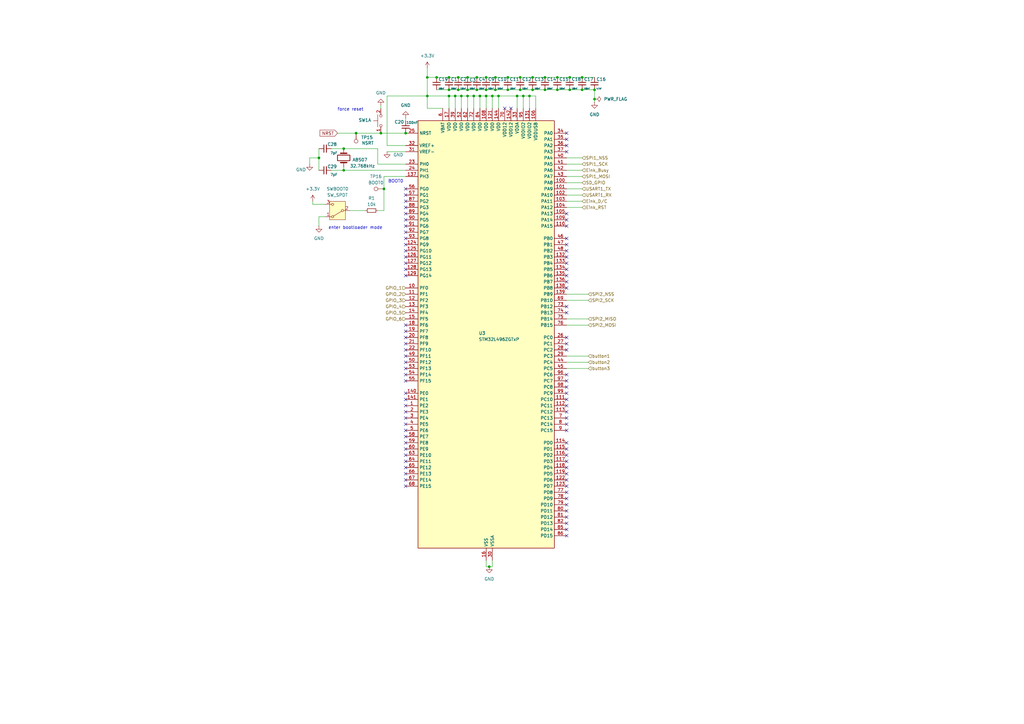
<source format=kicad_sch>
(kicad_sch (version 20231120) (generator "eeschema") (generator_version "8.0")
  (paper "A3")
  (lib_symbols
    (symbol "Connector:TestPoint" (pin_numbers hide) (pin_names (offset 0.762) hide)
      (property "Reference" "TP" (at 0 6.858 0))
      (property "Value" "TestPoint" (at 0 5.08 0))
      (symbol "TestPoint_0_1"
        (circle (center 0 3.302) (radius 0.762))
      )
      (symbol "TestPoint_1_1"
        (pin passive line (at 0 0 90) (length 2.54) (name "1") (number "1"))
      )
    )
    (symbol "Device:C_Small" (pin_numbers hide) (pin_names (offset 0.254) hide)
      (property "Reference" "C" (at 0.254 1.778 0))
      (property "Value" "C_Small" (at 0.254 -2.032 0))
      (symbol "C_Small_0_1"
        (polyline (pts (xy -1.524 -0.508) (xy 1.524 -0.508)) (stroke (width 0.3302)))
        (polyline (pts (xy -1.524 0.508) (xy 1.524 0.508)) (stroke (width 0.3048)))
      )
      (symbol "C_Small_1_1"
        (pin passive line (at 0 2.54 270) (length 2.032) (name "~") (number "1"))
        (pin passive line (at 0 -2.54 90) (length 2.032) (name "~") (number "2"))
      )
    )
    (symbol "Device:Crystal" (pin_numbers hide) (pin_names (offset 1.016) hide)
      (property "Reference" "Y" (at 0 3.81 0))
      (property "Value" "Crystal" (at 0 -3.81 0))
      (symbol "Crystal_0_1"
        (rectangle (start -1.143 2.54) (end 1.143 -2.54) (stroke (width 0.3048)))
        (polyline (pts (xy -2.54 0) (xy -1.905 0)))
        (polyline (pts (xy -1.905 -1.27) (xy -1.905 1.27)) (stroke (width 0.508)))
        (polyline (pts (xy 1.905 -1.27) (xy 1.905 1.27)) (stroke (width 0.508)))
        (polyline (pts (xy 2.54 0) (xy 1.905 0)))
      )
      (symbol "Crystal_1_1"
        (pin passive line (at -3.81 0 0) (length 1.27) (name "1") (number "1"))
        (pin passive line (at 3.81 0 180) (length 1.27) (name "2") (number "2"))
      )
    )
    (symbol "Device:R_Small" (pin_numbers hide) (pin_names (offset 0.254) hide)
      (property "Reference" "R" (at 0.762 0.508 0))
      (property "Value" "R_Small" (at 0.762 -1.016 0))
      (symbol "R_Small_0_1"
        (rectangle (start -0.762 1.778) (end 0.762 -1.778) (stroke (width 0.2032)))
      )
      (symbol "R_Small_1_1"
        (pin passive line (at 0 2.54 270) (length 0.762) (name "~") (number "1"))
        (pin passive line (at 0 -2.54 90) (length 0.762) (name "~") (number "2"))
      )
    )
    (symbol "MCU_ST_STM32L4:STM32L496ZGTxP"
      (property "Reference" "U" (at -27.94 90.17 0))
      (property "Value" "STM32L496ZGTxP" (at 22.86 90.17 0))
      (symbol "STM32L496ZGTxP_0_1"
        (rectangle (start -27.94 -86.36) (end 27.94 88.9) (stroke (width 0.254)) (fill (type background)))
      )
      (symbol "STM32L496ZGTxP_1_1"
        (pin bidirectional line (at -33.02 -27.94 0) (length 5.08) (name "PE2") (number "1"))
        (pin bidirectional line (at -33.02 20.32 0) (length 5.08) (name "PF0") (number "10"))
        (pin bidirectional line (at 33.02 63.5 180) (length 5.08) (name "PA8") (number "100"))
        (pin bidirectional line (at 33.02 60.96 180) (length 5.08) (name "PA9") (number "101"))
        (pin bidirectional line (at 33.02 58.42 180) (length 5.08) (name "PA10") (number "102"))
        (pin bidirectional line (at 33.02 55.88 180) (length 5.08) (name "PA11") (number "103"))
        (pin bidirectional line (at 33.02 53.34 180) (length 5.08) (name "PA12") (number "104"))
        (pin bidirectional line (at 33.02 50.8 180) (length 5.08) (name "PA13") (number "105"))
        (pin power_in line (at 20.32 93.98 270) (length 5.08) (name "VDDUSB") (number "106"))
        (pin passive line (at 0 -91.44 90) (length 5.08) hide (name "VSS") (number "107"))
        (pin power_in line (at 0 93.98 270) (length 5.08) (name "VDD") (number "108"))
        (pin bidirectional line (at 33.02 48.26 180) (length 5.08) (name "PA14") (number "109"))
        (pin bidirectional line (at -33.02 17.78 0) (length 5.08) (name "PF1") (number "11"))
        (pin bidirectional line (at 33.02 45.72 180) (length 5.08) (name "PA15") (number "110"))
        (pin bidirectional line (at 33.02 -25.4 180) (length 5.08) (name "PC10") (number "111"))
        (pin bidirectional line (at 33.02 -27.94 180) (length 5.08) (name "PC11") (number "112"))
        (pin bidirectional line (at 33.02 -30.48 180) (length 5.08) (name "PC12") (number "113"))
        (pin bidirectional line (at 33.02 -43.18 180) (length 5.08) (name "PD0") (number "114"))
        (pin bidirectional line (at 33.02 -45.72 180) (length 5.08) (name "PD1") (number "115"))
        (pin bidirectional line (at 33.02 -48.26 180) (length 5.08) (name "PD2") (number "116"))
        (pin bidirectional line (at 33.02 -50.8 180) (length 5.08) (name "PD3") (number "117"))
        (pin bidirectional line (at 33.02 -53.34 180) (length 5.08) (name "PD4") (number "118"))
        (pin bidirectional line (at 33.02 -55.88 180) (length 5.08) (name "PD5") (number "119"))
        (pin bidirectional line (at -33.02 15.24 0) (length 5.08) (name "PF2") (number "12"))
        (pin passive line (at 0 -91.44 90) (length 5.08) hide (name "VSS") (number "120"))
        (pin power_in line (at 2.54 93.98 270) (length 5.08) (name "VDD") (number "121"))
        (pin bidirectional line (at 33.02 -58.42 180) (length 5.08) (name "PD6") (number "122"))
        (pin bidirectional line (at 33.02 -60.96 180) (length 5.08) (name "PD7") (number "123"))
        (pin bidirectional line (at -33.02 38.1 0) (length 5.08) (name "PG9") (number "124"))
        (pin bidirectional line (at -33.02 35.56 0) (length 5.08) (name "PG10") (number "125"))
        (pin bidirectional line (at -33.02 33.02 0) (length 5.08) (name "PG11") (number "126"))
        (pin bidirectional line (at -33.02 30.48 0) (length 5.08) (name "PG12") (number "127"))
        (pin bidirectional line (at -33.02 27.94 0) (length 5.08) (name "PG13") (number "128"))
        (pin bidirectional line (at -33.02 25.4 0) (length 5.08) (name "PG14") (number "129"))
        (pin bidirectional line (at -33.02 12.7 0) (length 5.08) (name "PF3") (number "13"))
        (pin passive line (at 0 -91.44 90) (length 5.08) hide (name "VSS") (number "130"))
        (pin power_in line (at 17.78 93.98 270) (length 5.08) (name "VDDIO2") (number "131"))
        (pin bidirectional line (at 33.02 33.02 180) (length 5.08) (name "PB3") (number "132"))
        (pin bidirectional line (at 33.02 30.48 180) (length 5.08) (name "PB4") (number "133"))
        (pin bidirectional line (at 33.02 27.94 180) (length 5.08) (name "PB5") (number "134"))
        (pin bidirectional line (at 33.02 25.4 180) (length 5.08) (name "PB6") (number "135"))
        (pin bidirectional line (at 33.02 22.86 180) (length 5.08) (name "PB7") (number "136"))
        (pin bidirectional line (at -33.02 66.04 0) (length 5.08) (name "PH3") (number "137"))
        (pin bidirectional line (at 33.02 20.32 180) (length 5.08) (name "PB8") (number "138"))
        (pin bidirectional line (at 33.02 17.78 180) (length 5.08) (name "PB9") (number "139"))
        (pin bidirectional line (at -33.02 10.16 0) (length 5.08) (name "PF4") (number "14"))
        (pin bidirectional line (at -33.02 -22.86 0) (length 5.08) (name "PE0") (number "140"))
        (pin bidirectional line (at -33.02 -25.4 0) (length 5.08) (name "PE1") (number "141"))
        (pin power_in line (at 10.16 93.98 270) (length 5.08) (name "VDD12") (number "142"))
        (pin passive line (at 0 -91.44 90) (length 5.08) hide (name "VSS") (number "143"))
        (pin power_in line (at 5.08 93.98 270) (length 5.08) (name "VDD") (number "144"))
        (pin bidirectional line (at -33.02 7.62 0) (length 5.08) (name "PF5") (number "15"))
        (pin power_in line (at 0 -91.44 90) (length 5.08) (name "VSS") (number "16"))
        (pin power_in line (at -15.24 93.98 270) (length 5.08) (name "VDD") (number "17"))
        (pin bidirectional line (at -33.02 5.08 0) (length 5.08) (name "PF6") (number "18"))
        (pin bidirectional line (at -33.02 2.54 0) (length 5.08) (name "PF7") (number "19"))
        (pin bidirectional line (at -33.02 -30.48 0) (length 5.08) (name "PE3") (number "2"))
        (pin bidirectional line (at -33.02 0 0) (length 5.08) (name "PF8") (number "20"))
        (pin bidirectional line (at -33.02 -2.54 0) (length 5.08) (name "PF9") (number "21"))
        (pin bidirectional line (at -33.02 -5.08 0) (length 5.08) (name "PF10") (number "22"))
        (pin bidirectional line (at -33.02 71.12 0) (length 5.08) (name "PH0") (number "23"))
        (pin bidirectional line (at -33.02 68.58 0) (length 5.08) (name "PH1") (number "24"))
        (pin input line (at -33.02 83.82 0) (length 5.08) (name "NRST") (number "25"))
        (pin bidirectional line (at 33.02 0 180) (length 5.08) (name "PC0") (number "26"))
        (pin bidirectional line (at 33.02 -2.54 180) (length 5.08) (name "PC1") (number "27"))
        (pin bidirectional line (at 33.02 -5.08 180) (length 5.08) (name "PC2") (number "28"))
        (pin bidirectional line (at 33.02 -7.62 180) (length 5.08) (name "PC3") (number "29"))
        (pin bidirectional line (at -33.02 -33.02 0) (length 5.08) (name "PE4") (number "3"))
        (pin power_in line (at 2.54 -91.44 90) (length 5.08) (name "VSSA") (number "30"))
        (pin input line (at -33.02 76.2 0) (length 5.08) (name "VREF-") (number "31"))
        (pin input line (at -33.02 78.74 0) (length 5.08) (name "VREF+") (number "32"))
        (pin power_in line (at 12.7 93.98 270) (length 5.08) (name "VDDA") (number "33"))
        (pin bidirectional line (at 33.02 83.82 180) (length 5.08) (name "PA0") (number "34"))
        (pin bidirectional line (at 33.02 81.28 180) (length 5.08) (name "PA1") (number "35"))
        (pin bidirectional line (at 33.02 78.74 180) (length 5.08) (name "PA2") (number "36"))
        (pin bidirectional line (at 33.02 76.2 180) (length 5.08) (name "PA3") (number "37"))
        (pin passive line (at 0 -91.44 90) (length 5.08) hide (name "VSS") (number "38"))
        (pin power_in line (at -12.7 93.98 270) (length 5.08) (name "VDD") (number "39"))
        (pin bidirectional line (at -33.02 -35.56 0) (length 5.08) (name "PE5") (number "4"))
        (pin bidirectional line (at 33.02 73.66 180) (length 5.08) (name "PA4") (number "40"))
        (pin bidirectional line (at 33.02 71.12 180) (length 5.08) (name "PA5") (number "41"))
        (pin bidirectional line (at 33.02 68.58 180) (length 5.08) (name "PA6") (number "42"))
        (pin bidirectional line (at 33.02 66.04 180) (length 5.08) (name "PA7") (number "43"))
        (pin bidirectional line (at 33.02 -10.16 180) (length 5.08) (name "PC4") (number "44"))
        (pin bidirectional line (at 33.02 -12.7 180) (length 5.08) (name "PC5") (number "45"))
        (pin bidirectional line (at 33.02 40.64 180) (length 5.08) (name "PB0") (number "46"))
        (pin bidirectional line (at 33.02 38.1 180) (length 5.08) (name "PB1") (number "47"))
        (pin bidirectional line (at 33.02 35.56 180) (length 5.08) (name "PB2") (number "48"))
        (pin bidirectional line (at -33.02 -7.62 0) (length 5.08) (name "PF11") (number "49"))
        (pin bidirectional line (at -33.02 -38.1 0) (length 5.08) (name "PE6") (number "5"))
        (pin bidirectional line (at -33.02 -10.16 0) (length 5.08) (name "PF12") (number "50"))
        (pin passive line (at 0 -91.44 90) (length 5.08) hide (name "VSS") (number "51"))
        (pin power_in line (at -10.16 93.98 270) (length 5.08) (name "VDD") (number "52"))
        (pin bidirectional line (at -33.02 -12.7 0) (length 5.08) (name "PF13") (number "53"))
        (pin bidirectional line (at -33.02 -15.24 0) (length 5.08) (name "PF14") (number "54"))
        (pin bidirectional line (at -33.02 -17.78 0) (length 5.08) (name "PF15") (number "55"))
        (pin bidirectional line (at -33.02 60.96 0) (length 5.08) (name "PG0") (number "56"))
        (pin bidirectional line (at -33.02 58.42 0) (length 5.08) (name "PG1") (number "57"))
        (pin bidirectional line (at -33.02 -40.64 0) (length 5.08) (name "PE7") (number "58"))
        (pin bidirectional line (at -33.02 -43.18 0) (length 5.08) (name "PE8") (number "59"))
        (pin power_in line (at -17.78 93.98 270) (length 5.08) (name "VBAT") (number "6"))
        (pin bidirectional line (at -33.02 -45.72 0) (length 5.08) (name "PE9") (number "60"))
        (pin passive line (at 0 -91.44 90) (length 5.08) hide (name "VSS") (number "61"))
        (pin power_in line (at -7.62 93.98 270) (length 5.08) (name "VDD") (number "62"))
        (pin bidirectional line (at -33.02 -48.26 0) (length 5.08) (name "PE10") (number "63"))
        (pin bidirectional line (at -33.02 -50.8 0) (length 5.08) (name "PE11") (number "64"))
        (pin bidirectional line (at -33.02 -53.34 0) (length 5.08) (name "PE12") (number "65"))
        (pin bidirectional line (at -33.02 -55.88 0) (length 5.08) (name "PE13") (number "66"))
        (pin bidirectional line (at -33.02 -58.42 0) (length 5.08) (name "PE14") (number "67"))
        (pin bidirectional line (at -33.02 -60.96 0) (length 5.08) (name "PE15") (number "68"))
        (pin bidirectional line (at 33.02 15.24 180) (length 5.08) (name "PB10") (number "69"))
        (pin bidirectional line (at 33.02 -33.02 180) (length 5.08) (name "PC13") (number "7"))
        (pin power_in line (at 7.62 93.98 270) (length 5.08) (name "VDD12") (number "70"))
        (pin passive line (at 0 -91.44 90) (length 5.08) hide (name "VSS") (number "71"))
        (pin power_in line (at -5.08 93.98 270) (length 5.08) (name "VDD") (number "72"))
        (pin bidirectional line (at 33.02 12.7 180) (length 5.08) (name "PB12") (number "73"))
        (pin bidirectional line (at 33.02 10.16 180) (length 5.08) (name "PB13") (number "74"))
        (pin bidirectional line (at 33.02 7.62 180) (length 5.08) (name "PB14") (number "75"))
        (pin bidirectional line (at 33.02 5.08 180) (length 5.08) (name "PB15") (number "76"))
        (pin bidirectional line (at 33.02 -63.5 180) (length 5.08) (name "PD8") (number "77"))
        (pin bidirectional line (at 33.02 -66.04 180) (length 5.08) (name "PD9") (number "78"))
        (pin bidirectional line (at 33.02 -68.58 180) (length 5.08) (name "PD10") (number "79"))
        (pin bidirectional line (at 33.02 -35.56 180) (length 5.08) (name "PC14") (number "8"))
        (pin bidirectional line (at 33.02 -71.12 180) (length 5.08) (name "PD11") (number "80"))
        (pin bidirectional line (at 33.02 -73.66 180) (length 5.08) (name "PD12") (number "81"))
        (pin bidirectional line (at 33.02 -76.2 180) (length 5.08) (name "PD13") (number "82"))
        (pin passive line (at 0 -91.44 90) (length 5.08) hide (name "VSS") (number "83"))
        (pin power_in line (at -2.54 93.98 270) (length 5.08) (name "VDD") (number "84"))
        (pin bidirectional line (at 33.02 -78.74 180) (length 5.08) (name "PD14") (number "85"))
        (pin bidirectional line (at 33.02 -81.28 180) (length 5.08) (name "PD15") (number "86"))
        (pin bidirectional line (at -33.02 55.88 0) (length 5.08) (name "PG2") (number "87"))
        (pin bidirectional line (at -33.02 53.34 0) (length 5.08) (name "PG3") (number "88"))
        (pin bidirectional line (at -33.02 50.8 0) (length 5.08) (name "PG4") (number "89"))
        (pin bidirectional line (at 33.02 -38.1 180) (length 5.08) (name "PC15") (number "9"))
        (pin bidirectional line (at -33.02 48.26 0) (length 5.08) (name "PG5") (number "90"))
        (pin bidirectional line (at -33.02 45.72 0) (length 5.08) (name "PG6") (number "91"))
        (pin bidirectional line (at -33.02 43.18 0) (length 5.08) (name "PG7") (number "92"))
        (pin bidirectional line (at -33.02 40.64 0) (length 5.08) (name "PG8") (number "93"))
        (pin passive line (at 0 -91.44 90) (length 5.08) hide (name "VSS") (number "94"))
        (pin power_in line (at 15.24 93.98 270) (length 5.08) (name "VDDIO2") (number "95"))
        (pin bidirectional line (at 33.02 -15.24 180) (length 5.08) (name "PC6") (number "96"))
        (pin bidirectional line (at 33.02 -17.78 180) (length 5.08) (name "PC7") (number "97"))
        (pin bidirectional line (at 33.02 -20.32 180) (length 5.08) (name "PC8") (number "98"))
        (pin bidirectional line (at 33.02 -22.86 180) (length 5.08) (name "PC9") (number "99"))
      )
    )
    (symbol "Switch:SW_Push_Dual_x2" (pin_names (offset 1.016) hide)
      (property "Reference" "SW" (at 1.27 2.54 0))
      (property "Value" "SW_Push_Dual_x2" (at 0 -1.524 0))
      (symbol "SW_Push_Dual_x2_0_1"
        (circle (center -2.032 0) (radius 0.508))
        (polyline (pts (xy 0 1.27) (xy 0 3.048)))
        (polyline (pts (xy 2.54 1.27) (xy -2.54 1.27)))
        (circle (center 2.032 0) (radius 0.508))
      )
      (symbol "SW_Push_Dual_x2_1_1"
        (pin passive line (at -5.08 0 0) (length 2.54) (name "C") (number "1"))
        (pin passive line (at 5.08 0 180) (length 2.54) (name "D") (number "2"))
      )
      (symbol "SW_Push_Dual_x2_2_1"
        (pin passive line (at -5.08 0 0) (length 2.54) (name "C") (number "3"))
        (pin passive line (at 5.08 0 180) (length 2.54) (name "D") (number "4"))
      )
    )
    (symbol "Switch:SW_SPDT" (pin_names (offset 0) hide)
      (property "Reference" "SW" (at 0 5.08 0))
      (property "Value" "SW_SPDT" (at 0 -5.08 0))
      (symbol "SW_SPDT_0_1"
        (circle (center -2.032 0) (radius 0.4572))
        (polyline (pts (xy -1.651 0.254) (xy 1.651 2.286)))
        (circle (center 2.032 -2.54) (radius 0.4572))
        (circle (center 2.032 2.54) (radius 0.4572))
      )
      (symbol "SW_SPDT_1_1"
        (rectangle (start -3.175 3.81) (end 3.175 -3.81) (fill (type background)))
        (pin passive line (at 5.08 2.54 180) (length 2.54) (name "A") (number "1"))
        (pin passive line (at -5.08 0 0) (length 2.54) (name "B") (number "2"))
        (pin passive line (at 5.08 -2.54 180) (length 2.54) (name "C") (number "3"))
      )
    )
    (symbol "power:+3.3V" (power) (pin_numbers hide) (pin_names (offset 0) hide)
      (property "Value" "+3.3V" (at 0 3.556 0))
      (symbol "+3.3V_0_1"
        (polyline (pts (xy -0.762 1.27) (xy 0 2.54)))
        (polyline (pts (xy 0 0) (xy 0 2.54)))
        (polyline (pts (xy 0 2.54) (xy 0.762 1.27)))
      )
      (symbol "+3.3V_1_1"
        (pin power_in line (at 0 0 90) (length 0) (name "~") (number "1"))
      )
    )
    (symbol "power:GND" (power) (pin_numbers hide) (pin_names (offset 0) hide)
      (property "Value" "GND" (at 0 -3.81 0))
      (symbol "GND_0_1"
        (polyline (pts (xy 0 0) (xy 0 -1.27) (xy 1.27 -1.27) (xy 0 -2.54) (xy -1.27 -1.27) (xy 0 -1.27)))
      )
      (symbol "GND_1_1"
        (pin power_in line (at 0 0 270) (length 0) (name "~") (number "1"))
      )
    )
    (symbol "power:PWR_FLAG" (power) (pin_numbers hide) (pin_names (offset 0) hide)
      (property "Value" "PWR_FLAG" (at 0 3.81 0))
      (symbol "PWR_FLAG_0_0"
        (pin power_out line (at 0 0 90) (length 0) (name "~") (number "1"))
      )
      (symbol "PWR_FLAG_0_1"
        (polyline (pts (xy 0 0) (xy 0 1.27) (xy -1.016 1.905) (xy 0 2.54) (xy 1.016 1.905) (xy 0 1.27)))
      )
    )
  )
  (junction (at 228.6 31.75))
  (junction (at 199.39 36.83))
  (junction (at 201.93 39.37))
  (junction (at 233.68 31.75))
  (junction (at 179.07 31.75))
  (junction (at 199.39 39.37))
  (junction (at 199.39 31.75))
  (junction (at 186.69 39.37))
  (junction (at 243.84 36.83))
  (junction (at 195.58 31.75))
  (junction (at 140.97 60.96))
  (junction (at 187.96 36.83))
  (junction (at 184.15 36.83))
  (junction (at 213.36 31.75))
  (junction (at 223.52 31.75))
  (junction (at 218.44 36.83))
  (junction (at 157.48 77.47))
  (junction (at 194.31 39.37))
  (junction (at 212.09 39.37))
  (junction (at 140.97 69.85))
  (junction (at 238.76 31.75))
  (junction (at 187.96 31.75))
  (junction (at 213.36 36.83))
  (junction (at 196.85 39.37))
  (junction (at 238.76 36.83))
  (junction (at 208.28 31.75))
  (junction (at 184.15 39.37))
  (junction (at 195.58 36.83))
  (junction (at 130.81 64.77))
  (junction (at 175.26 39.37))
  (junction (at 156.21 54.61))
  (junction (at 146.05 54.61))
  (junction (at 200.66 232.41))
  (junction (at 233.68 36.83))
  (junction (at 204.47 39.37))
  (junction (at 208.28 36.83))
  (junction (at 191.77 39.37))
  (junction (at 243.84 40.64))
  (junction (at 191.77 36.83))
  (junction (at 184.15 31.75))
  (junction (at 218.44 31.75))
  (junction (at 175.26 31.75))
  (junction (at 217.17 39.37))
  (junction (at 228.6 36.83))
  (junction (at 166.37 54.61))
  (junction (at 189.23 39.37))
  (junction (at 203.2 31.75))
  (junction (at 214.63 39.37))
  (junction (at 203.2 36.83))
  (junction (at 191.77 31.75))
  (junction (at 223.52 36.83))
  (no_connect (at 232.41 138.43))
  (no_connect (at 166.37 189.23))
  (no_connect (at 232.41 97.79))
  (no_connect (at 166.37 97.79))
  (no_connect (at 166.37 146.05))
  (no_connect (at 232.41 105.41))
  (no_connect (at 166.37 173.99))
  (no_connect (at 166.37 143.51))
  (no_connect (at 232.41 153.67))
  (no_connect (at 232.41 168.91))
  (no_connect (at 232.41 54.61))
  (no_connect (at 232.41 92.71))
  (no_connect (at 232.41 59.69))
  (no_connect (at 166.37 171.45))
  (no_connect (at 232.41 128.27))
  (no_connect (at 166.37 90.17))
  (no_connect (at 232.41 113.03))
  (no_connect (at 232.41 173.99))
  (no_connect (at 166.37 138.43))
  (no_connect (at 232.41 191.77))
  (no_connect (at 166.37 95.25))
  (no_connect (at 166.37 85.09))
  (no_connect (at 232.41 176.53))
  (no_connect (at 166.37 186.69))
  (no_connect (at 232.41 199.39))
  (no_connect (at 232.41 110.49))
  (no_connect (at 232.41 207.01))
  (no_connect (at 166.37 181.61))
  (no_connect (at 207.01 44.45))
  (no_connect (at 232.41 115.57))
  (no_connect (at 232.41 219.71))
  (no_connect (at 232.41 163.83))
  (no_connect (at 232.41 140.97))
  (no_connect (at 232.41 87.63))
  (no_connect (at 232.41 209.55))
  (no_connect (at 166.37 100.33))
  (no_connect (at 232.41 186.69))
  (no_connect (at 166.37 148.59))
  (no_connect (at 232.41 217.17))
  (no_connect (at 166.37 80.01))
  (no_connect (at 166.37 163.83))
  (no_connect (at 232.41 62.23))
  (no_connect (at 166.37 102.87))
  (no_connect (at 232.41 125.73))
  (no_connect (at 166.37 176.53))
  (no_connect (at 232.41 201.93))
  (no_connect (at 166.37 77.47))
  (no_connect (at 166.37 161.29))
  (no_connect (at 166.37 179.07))
  (no_connect (at 166.37 133.35))
  (no_connect (at 166.37 107.95))
  (no_connect (at 232.41 204.47))
  (no_connect (at 166.37 156.21))
  (no_connect (at 232.41 184.15))
  (no_connect (at 232.41 156.21))
  (no_connect (at 232.41 212.09))
  (no_connect (at 166.37 196.85))
  (no_connect (at 232.41 196.85))
  (no_connect (at 232.41 181.61))
  (no_connect (at 166.37 151.13))
  (no_connect (at 166.37 184.15))
  (no_connect (at 232.41 194.31))
  (no_connect (at 166.37 168.91))
  (no_connect (at 166.37 199.39))
  (no_connect (at 209.55 44.45))
  (no_connect (at 166.37 153.67))
  (no_connect (at 232.41 214.63))
  (no_connect (at 232.41 189.23))
  (no_connect (at 232.41 118.11))
  (no_connect (at 232.41 158.75))
  (no_connect (at 166.37 87.63))
  (no_connect (at 166.37 110.49))
  (no_connect (at 232.41 166.37))
  (no_connect (at 232.41 100.33))
  (no_connect (at 232.41 143.51))
  (no_connect (at 166.37 140.97))
  (no_connect (at 232.41 161.29))
  (no_connect (at 166.37 113.03))
  (no_connect (at 166.37 194.31))
  (no_connect (at 232.41 102.87))
  (no_connect (at 232.41 57.15))
  (no_connect (at 166.37 82.55))
  (no_connect (at 232.41 107.95))
  (no_connect (at 166.37 92.71))
  (no_connect (at 166.37 135.89))
  (no_connect (at 166.37 105.41))
  (no_connect (at 232.41 90.17))
  (no_connect (at 166.37 191.77))
  (no_connect (at 166.37 166.37))
  (no_connect (at 232.41 171.45))
  (wire (pts (xy 175.26 39.37) (xy 175.26 44.45)))
  (wire (pts (xy 213.36 31.75) (xy 218.44 31.75)))
  (wire (pts (xy 199.39 232.41) (xy 200.66 232.41)))
  (wire (pts (xy 243.84 41.91) (xy 243.84 40.64)))
  (wire (pts (xy 191.77 39.37) (xy 191.77 44.45)))
  (wire (pts (xy 135.89 60.96) (xy 140.97 60.96)))
  (wire (pts (xy 191.77 36.83) (xy 195.58 36.83)))
  (wire (pts (xy 130.81 64.77) (xy 127 64.77)))
  (wire (pts (xy 187.96 31.75) (xy 191.77 31.75)))
  (wire (pts (xy 135.89 69.85) (xy 140.97 69.85)))
  (wire (pts (xy 179.07 31.75) (xy 184.15 31.75)))
  (wire (pts (xy 166.37 49.53) (xy 166.37 48.26)))
  (wire (pts (xy 143.51 86.36) (xy 149.86 86.36)))
  (wire (pts (xy 186.69 39.37) (xy 186.69 44.45)))
  (wire (pts (xy 214.63 44.45) (xy 214.63 39.37)))
  (wire (pts (xy 199.39 39.37) (xy 201.93 39.37)))
  (wire (pts (xy 232.41 72.39) (xy 238.76 72.39)))
  (wire (pts (xy 243.84 36.83) (xy 243.84 40.64)))
  (wire (pts (xy 232.41 120.65) (xy 241.3 120.65)))
  (wire (pts (xy 199.39 31.75) (xy 203.2 31.75)))
  (wire (pts (xy 223.52 36.83) (xy 228.6 36.83)))
  (wire (pts (xy 133.35 88.9) (xy 130.81 88.9)))
  (wire (pts (xy 217.17 44.45) (xy 217.17 39.37)))
  (wire (pts (xy 203.2 31.75) (xy 208.28 31.75)))
  (wire (pts (xy 186.69 39.37) (xy 189.23 39.37)))
  (wire (pts (xy 157.48 77.47) (xy 157.48 72.39)))
  (wire (pts (xy 184.15 44.45) (xy 184.15 39.37)))
  (wire (pts (xy 232.41 151.13) (xy 241.3 151.13)))
  (wire (pts (xy 232.41 64.77) (xy 238.76 64.77)))
  (wire (pts (xy 196.85 39.37) (xy 196.85 44.45)))
  (wire (pts (xy 138.43 54.61) (xy 146.05 54.61)))
  (wire (pts (xy 175.26 39.37) (xy 184.15 39.37)))
  (wire (pts (xy 199.39 36.83) (xy 203.2 36.83)))
  (wire (pts (xy 181.61 44.45) (xy 175.26 44.45)))
  (wire (pts (xy 189.23 39.37) (xy 191.77 39.37)))
  (wire (pts (xy 214.63 39.37) (xy 212.09 39.37)))
  (wire (pts (xy 201.93 39.37) (xy 204.47 39.37)))
  (wire (pts (xy 140.97 68.58) (xy 140.97 69.85)))
  (wire (pts (xy 166.37 67.31) (xy 154.94 67.31)))
  (wire (pts (xy 232.41 148.59) (xy 241.3 148.59)))
  (wire (pts (xy 217.17 39.37) (xy 214.63 39.37)))
  (wire (pts (xy 204.47 39.37) (xy 204.47 44.45)))
  (wire (pts (xy 201.93 232.41) (xy 201.93 229.87)))
  (wire (pts (xy 232.41 123.19) (xy 241.3 123.19)))
  (wire (pts (xy 200.66 232.41) (xy 201.93 232.41)))
  (wire (pts (xy 191.77 31.75) (xy 195.58 31.75)))
  (wire (pts (xy 127 64.77) (xy 127 67.31)))
  (wire (pts (xy 212.09 44.45) (xy 212.09 39.37)))
  (wire (pts (xy 238.76 36.83) (xy 243.84 36.83)))
  (wire (pts (xy 187.96 36.83) (xy 191.77 36.83)))
  (wire (pts (xy 156.21 43.18) (xy 156.21 44.45)))
  (wire (pts (xy 130.81 88.9) (xy 130.81 92.71)))
  (wire (pts (xy 195.58 36.83) (xy 199.39 36.83)))
  (wire (pts (xy 154.94 60.96) (xy 140.97 60.96)))
  (wire (pts (xy 189.23 39.37) (xy 189.23 44.45)))
  (wire (pts (xy 130.81 60.96) (xy 130.81 64.77)))
  (wire (pts (xy 158.75 39.37) (xy 175.26 39.37)))
  (wire (pts (xy 166.37 69.85) (xy 140.97 69.85)))
  (wire (pts (xy 208.28 36.83) (xy 213.36 36.83)))
  (wire (pts (xy 184.15 31.75) (xy 187.96 31.75)))
  (wire (pts (xy 158.75 62.23) (xy 166.37 62.23)))
  (wire (pts (xy 156.21 54.61) (xy 166.37 54.61)))
  (wire (pts (xy 228.6 31.75) (xy 233.68 31.75)))
  (wire (pts (xy 208.28 31.75) (xy 213.36 31.75)))
  (wire (pts (xy 203.2 36.83) (xy 208.28 36.83)))
  (wire (pts (xy 130.81 64.77) (xy 130.81 69.85)))
  (wire (pts (xy 154.94 86.36) (xy 157.48 86.36)))
  (wire (pts (xy 191.77 39.37) (xy 194.31 39.37)))
  (wire (pts (xy 157.48 72.39) (xy 166.37 72.39)))
  (wire (pts (xy 232.41 146.05) (xy 241.3 146.05)))
  (wire (pts (xy 128.27 82.55) (xy 128.27 83.82)))
  (wire (pts (xy 233.68 36.83) (xy 238.76 36.83)))
  (wire (pts (xy 223.52 31.75) (xy 228.6 31.75)))
  (wire (pts (xy 175.26 39.37) (xy 175.26 31.75)))
  (wire (pts (xy 232.41 85.09) (xy 238.76 85.09)))
  (wire (pts (xy 195.58 31.75) (xy 199.39 31.75)))
  (wire (pts (xy 219.71 39.37) (xy 217.17 39.37)))
  (wire (pts (xy 219.71 44.45) (xy 219.71 39.37)))
  (wire (pts (xy 158.75 59.69) (xy 158.75 39.37)))
  (wire (pts (xy 199.39 39.37) (xy 199.39 44.45)))
  (wire (pts (xy 196.85 39.37) (xy 199.39 39.37)))
  (wire (pts (xy 175.26 27.94) (xy 175.26 31.75)))
  (wire (pts (xy 184.15 36.83) (xy 187.96 36.83)))
  (wire (pts (xy 194.31 39.37) (xy 194.31 44.45)))
  (wire (pts (xy 238.76 80.01) (xy 232.41 80.01)))
  (wire (pts (xy 218.44 36.83) (xy 223.52 36.83)))
  (wire (pts (xy 238.76 77.47) (xy 232.41 77.47)))
  (wire (pts (xy 154.94 67.31) (xy 154.94 60.96)))
  (wire (pts (xy 232.41 133.35) (xy 241.3 133.35)))
  (wire (pts (xy 232.41 82.55) (xy 238.76 82.55)))
  (wire (pts (xy 238.76 31.75) (xy 243.84 31.75)))
  (wire (pts (xy 232.41 69.85) (xy 238.76 69.85)))
  (wire (pts (xy 175.26 31.75) (xy 179.07 31.75)))
  (wire (pts (xy 146.05 54.61) (xy 156.21 54.61)))
  (wire (pts (xy 213.36 36.83) (xy 218.44 36.83)))
  (wire (pts (xy 179.07 36.83) (xy 184.15 36.83)))
  (wire (pts (xy 233.68 31.75) (xy 238.76 31.75)))
  (wire (pts (xy 194.31 39.37) (xy 196.85 39.37)))
  (wire (pts (xy 212.09 39.37) (xy 204.47 39.37)))
  (wire (pts (xy 166.37 59.69) (xy 158.75 59.69)))
  (wire (pts (xy 232.41 67.31) (xy 238.76 67.31)))
  (wire (pts (xy 232.41 74.93) (xy 238.76 74.93)))
  (wire (pts (xy 232.41 130.81) (xy 241.3 130.81)))
  (wire (pts (xy 133.35 83.82) (xy 128.27 83.82)))
  (wire (pts (xy 157.48 86.36) (xy 157.48 77.47)))
  (wire (pts (xy 218.44 31.75) (xy 223.52 31.75)))
  (wire (pts (xy 228.6 36.83) (xy 233.68 36.83)))
  (wire (pts (xy 184.15 39.37) (xy 186.69 39.37)))
  (wire (pts (xy 201.93 39.37) (xy 201.93 44.45)))
  (wire (pts (xy 199.39 229.87) (xy 199.39 232.41)))
  (text "force reset\n" (at 143.764 44.958 0) (effects (font (size 1.27 1.27))))
  (text "BOOT0\n" (at 162.306 74.422 0) (effects (font (size 1.27 1.27))))
  (text "enter bootloader mode" (at 145.796 93.472 0) (effects (font (size 1.27 1.27))))
  (global_label "NRST" (shape input) (at 138.43 54.61 180) (property "Intersheetrefs" "${INTERSHEET_REFS}" (effects (hide yes))))
  (hierarchical_label "Eink_Busy" (shape input) (at 238.76 69.85 0))
  (hierarchical_label "SPI1_SCK" (shape input) (at 238.76 67.31 0))
  (hierarchical_label "SPI2_MISO" (shape input) (at 241.3 130.81 0))
  (hierarchical_label "GPIO_1" (shape input) (at 166.37 118.11 180))
  (hierarchical_label "GPIO_2" (shape input) (at 166.37 120.65 180))
  (hierarchical_label "GPIO_5" (shape input) (at 166.37 128.27 180))
  (hierarchical_label "button3" (shape input) (at 241.3 151.13 0))
  (hierarchical_label "button2" (shape input) (at 241.3 148.59 0))
  (hierarchical_label "USART1_RX" (shape input) (at 238.76 80.01 0))
  (hierarchical_label "SPI1_NSS" (shape input) (at 238.76 64.77 0))
  (hierarchical_label "Eink_RST" (shape input) (at 238.76 85.09 0))
  (hierarchical_label "SPI2_NSS" (shape input) (at 241.3 120.65 0))
  (hierarchical_label "SPI2_MOSI" (shape input) (at 241.3 133.35 0))
  (hierarchical_label "GPIO_3" (shape input) (at 166.37 123.19 180))
  (hierarchical_label "SD_GPIO" (shape input) (at 238.76 74.93 0))
  (hierarchical_label "button1" (shape input) (at 241.3 146.05 0))
  (hierarchical_label "Eink_D{slash}C" (shape input) (at 238.76 82.55 0))
  (hierarchical_label "SPI1_MOSI" (shape input) (at 238.76 72.39 0))
  (hierarchical_label "GPIO_4" (shape input) (at 166.37 125.73 180))
  (hierarchical_label "SPI2_SCK" (shape input) (at 241.3 123.19 0))
  (hierarchical_label "GPIO_6" (shape input) (at 166.37 130.81 180))
  (hierarchical_label "USART1_TX" (shape input) (at 238.76 77.47 0))
  (symbol (lib_id "Device:C_Small") (at 195.58 34.29 0) (unit 1)
    (property "Reference" "C4" (at 196.342 32.512 0) (effects (justify left)))
    (property "Value" "100nF" (at 196.342 36.322 0) (effects (font (size 0.508 0.508)) (justify left)))
    (property "Footprint" "Capacitor_SMD:C_0603_1608Metric_Pad1.08x0.95mm_HandSolder" (effects (hide yes)))
    (property "Description" "Unpolarized capacitor, small symbol" (effects (hide yes)))
  )
  (symbol (lib_id "Device:R_Small") (at 152.4 86.36 90) (unit 1)
    (property "Reference" "R1" (at 152.4 81.28 90))
    (property "Value" "10k" (at 152.4 83.82 90))
    (property "Footprint" "Resistor_SMD:R_0603_1608Metric_Pad0.98x0.95mm_HandSolder" (effects (hide yes)))
    (property "Description" "Resistor, small symbol" (effects (hide yes)))
  )
  (symbol (lib_id "Device:C_Small") (at 233.68 34.29 0) (unit 1)
    (property "Reference" "C18" (at 234.442 32.512 0) (effects (justify left)))
    (property "Value" "100nF" (at 234.442 36.322 0) (effects (font (size 0.508 0.508)) (justify left)))
    (property "Footprint" "Capacitor_SMD:C_0603_1608Metric_Pad1.08x0.95mm_HandSolder" (effects (hide yes)))
    (property "Description" "Unpolarized capacitor, small symbol" (effects (hide yes)))
  )
  (symbol (lib_id "Device:C_Small") (at 166.37 52.07 0) (unit 1)
    (property "Reference" "C20" (at 161.798 50.038 0) (effects (justify left)))
    (property "Value" "100nF" (at 166.624 50.292 0) (effects (font (size 1.016 1.016)) (justify left)))
    (property "Description" "Unpolarized capacitor, small symbol" (effects (hide yes)))
  )
  (symbol (lib_id "Device:C_Small") (at 223.52 34.29 0) (unit 1)
    (property "Reference" "C14" (at 224.282 32.512 0) (effects (justify left)))
    (property "Value" "100nF" (at 224.282 36.322 0) (effects (font (size 0.508 0.508)) (justify left)))
    (property "Footprint" "Capacitor_SMD:C_0603_1608Metric_Pad1.08x0.95mm_HandSolder" (effects (hide yes)))
    (property "Description" "Unpolarized capacitor, small symbol" (effects (hide yes)))
  )
  (symbol (lib_id "Switch:SW_SPDT") (at 138.43 86.36 180) (unit 1)
    (property "Reference" "SWBOOT0" (at 138.43 77.47 0))
    (property "Value" "SW_SPDT" (at 138.43 80.01 0))
    (property "Description" "Switch, single pole double throw" (effects (hide yes)))
  )
  (symbol (lib_id "Connector:TestPoint") (at 157.48 77.47 90) (unit 1)
    (property "Reference" "TP16" (at 154.178 72.39 90))
    (property "Value" "BOOT0" (at 154.178 74.93 90))
    (property "Description" "test point" (effects (hide yes)))
  )
  (symbol (lib_id "Device:C_Small") (at 179.07 34.29 0) (unit 1)
    (property "Reference" "C19" (at 179.832 32.512 0) (effects (justify left)))
    (property "Value" "100nF" (at 179.832 36.322 0) (effects (font (size 0.508 0.508)) (justify left)))
    (property "Footprint" "Capacitor_SMD:C_0603_1608Metric_Pad1.08x0.95mm_HandSolder" (effects (hide yes)))
    (property "Description" "Unpolarized capacitor, small symbol" (effects (hide yes)))
  )
  (symbol (lib_id "Device:C_Small") (at 228.6 34.29 0) (unit 1)
    (property "Reference" "C15" (at 229.362 32.512 0) (effects (justify left)))
    (property "Value" "100nF" (at 229.362 36.322 0) (effects (font (size 0.508 0.508)) (justify left)))
    (property "Footprint" "Capacitor_SMD:C_0603_1608Metric_Pad1.08x0.95mm_HandSolder" (effects (hide yes)))
    (property "Description" "Unpolarized capacitor, small symbol" (effects (hide yes)))
  )
  (symbol (lib_id "Device:C_Small") (at 238.76 34.29 0) (unit 1)
    (property "Reference" "C17" (at 239.522 32.512 0) (effects (justify left)))
    (property "Value" "100nF" (at 239.522 36.322 0) (effects (font (size 0.508 0.508)) (justify left)))
    (property "Footprint" "Capacitor_SMD:C_0603_1608Metric_Pad1.08x0.95mm_HandSolder" (effects (hide yes)))
    (property "Description" "Unpolarized capacitor, small symbol" (effects (hide yes)))
  )
  (symbol (lib_id "Device:C_Small") (at 187.96 34.29 0) (unit 1)
    (property "Reference" "C2" (at 188.722 32.512 0) (effects (justify left)))
    (property "Value" "100nF" (at 188.722 36.322 0) (effects (font (size 0.508 0.508)) (justify left)))
    (property "Footprint" "Capacitor_SMD:C_0603_1608Metric_Pad1.08x0.95mm_HandSolder" (effects (hide yes)))
    (property "Description" "Unpolarized capacitor, small symbol" (effects (hide yes)))
  )
  (symbol (lib_id "Device:C_Small") (at 184.15 34.29 0) (unit 1)
    (property "Reference" "C1" (at 184.912 32.512 0) (effects (justify left)))
    (property "Value" "100nF" (at 184.912 36.322 0) (effects (font (size 0.508 0.508)) (justify left)))
    (property "Footprint" "Capacitor_SMD:C_0603_1608Metric_Pad1.08x0.95mm_HandSolder" (effects (hide yes)))
    (property "Description" "Unpolarized capacitor, small symbol" (effects (hide yes)))
  )
  (symbol (lib_id "Device:C_Small") (at 191.77 34.29 0) (unit 1)
    (property "Reference" "C3" (at 192.532 32.766 0) (effects (justify left)))
    (property "Value" "100nF" (at 192.532 36.322 0) (effects (font (size 0.508 0.508)) (justify left)))
    (property "Footprint" "Capacitor_SMD:C_0603_1608Metric_Pad1.08x0.95mm_HandSolder" (effects (hide yes)))
    (property "Description" "Unpolarized capacitor, small symbol" (effects (hide yes)))
  )
  (symbol (lib_id "Device:C_Small") (at 243.84 34.29 0) (unit 1)
    (property "Reference" "C16" (at 244.602 32.512 0) (effects (justify left)))
    (property "Value" "4.7uF" (at 244.602 36.322 0) (effects (font (size 0.508 0.508)) (justify left)))
    (property "Footprint" "Capacitor_SMD:C_0603_1608Metric_Pad1.08x0.95mm_HandSolder" (effects (hide yes)))
    (property "Description" "Unpolarized capacitor, small symbol" (effects (hide yes)))
  )
  (symbol (lib_id "power:GND") (at 158.75 62.23 0) (unit 1)
    (property "Reference" "#PWR03" (effects (hide yes)))
    (property "Value" "GND" (at 161.29 63.4999 0) (effects (justify left)))
    (property "Description" "Power symbol creates a global label with name \"GND\" , ground" (effects (hide yes)))
  )
  (symbol (lib_id "Device:C_Small") (at 203.2 34.29 0) (unit 1)
    (property "Reference" "C10" (at 203.962 32.512 0) (effects (justify left)))
    (property "Value" "100nF" (at 203.962 36.322 0) (effects (font (size 0.508 0.508)) (justify left)))
    (property "Footprint" "Capacitor_SMD:C_0603_1608Metric_Pad1.08x0.95mm_HandSolder" (effects (hide yes)))
    (property "Description" "Unpolarized capacitor, small symbol" (effects (hide yes)))
  )
  (symbol (lib_id "power:+3.3V") (at 128.27 82.55 0) (unit 1)
    (property "Reference" "#PWR011" (effects (hide yes)))
    (property "Value" "+3.3V" (at 128.27 77.47 0))
    (property "Description" "Power symbol creates a global label with name \"+3.3V\"" (effects (hide yes)))
  )
  (symbol (lib_id "Device:C_Small") (at 218.44 34.29 0) (unit 1)
    (property "Reference" "C13" (at 219.202 32.512 0) (effects (justify left)))
    (property "Value" "100nF" (at 219.202 36.322 0) (effects (font (size 0.508 0.508)) (justify left)))
    (property "Footprint" "Capacitor_SMD:C_0603_1608Metric_Pad1.08x0.95mm_HandSolder" (effects (hide yes)))
    (property "Description" "Unpolarized capacitor, small symbol" (effects (hide yes)))
  )
  (symbol (lib_id "MCU_ST_STM32L4:STM32L496ZGTxP") (at 199.39 138.43 0) (unit 1)
    (property "Reference" "U3" (at 196.342 136.652 0) (effects (justify left)))
    (property "Value" "STM32L496ZGTxP" (at 196.342 139.192 0) (effects (justify left)))
    (property "Footprint" "Package_QFP:LQFP-144_20x20mm_P0.5mm" (effects (hide yes)))
    (property "Datasheet" "https://www.st.com/resource/en/datasheet/stm32l496zg.pdf" (effects (hide yes)))
    (property "Description" "STMicroelectronics Arm Cortex-M4 MCU, 1024KB flash, 320KB RAM, 80 MHz, 1.71-3.6V, 113 GPIO, LQFP144" (effects (hide yes)))
  )
  (symbol (lib_id "Device:C_Small") (at 199.39 34.29 0) (unit 1)
    (property "Reference" "C9" (at 200.152 32.512 0) (effects (justify left)))
    (property "Value" "100nF" (at 200.152 36.322 0) (effects (font (size 0.508 0.508)) (justify left)))
    (property "Footprint" "Capacitor_SMD:C_0603_1608Metric_Pad1.08x0.95mm_HandSolder" (effects (hide yes)))
    (property "Description" "Unpolarized capacitor, small symbol" (effects (hide yes)))
  )
  (symbol (lib_id "Device:C_Small") (at 213.36 34.29 0) (unit 1)
    (property "Reference" "C12" (at 214.122 32.512 0) (effects (justify left)))
    (property "Value" "100nF" (at 214.122 36.322 0) (effects (font (size 0.508 0.508)) (justify left)))
    (property "Footprint" "Capacitor_SMD:C_0603_1608Metric_Pad1.08x0.95mm_HandSolder" (effects (hide yes)))
    (property "Description" "Unpolarized capacitor, small symbol" (effects (hide yes)))
  )
  (symbol (lib_id "Device:Crystal") (at 140.97 64.77 270) (unit 1)
    (property "Reference" "ABS07" (at 144.526 65.532 90) (effects (justify left)))
    (property "Value" "32.768kHz" (at 143.51 68.072 90) (effects (justify left)))
    (property "Description" "Two pin crystal" (effects (hide yes)))
  )
  (symbol (lib_id "power:GND") (at 127 67.31 0) (unit 1)
    (property "Reference" "#PWR023" (effects (hide yes)))
    (property "Value" "GND" (at 123.444 69.596 0))
    (property "Description" "Power symbol creates a global label with name \"GND\" , ground" (effects (hide yes)))
  )
  (symbol (lib_id "power:PWR_FLAG") (at 243.84 40.64 270) (unit 1)
    (property "Reference" "#FLG01" (effects (hide yes)))
    (property "Value" "PWR_FLAG" (at 247.65 40.6399 90) (effects (justify left)))
    (property "Description" "Special symbol for telling ERC where power comes from" (effects (hide yes)))
  )
  (symbol (lib_id "power:GND") (at 156.21 43.18 180) (unit 1)
    (property "Reference" "#PWR09" (effects (hide yes)))
    (property "Value" "GND" (at 156.21 38.1 0))
    (property "Description" "Power symbol creates a global label with name \"GND\" , ground" (effects (hide yes)))
  )
  (symbol (lib_id "Connector:TestPoint") (at 146.05 54.61 180) (unit 1)
    (property "Reference" "TP15" (at 148.082 56.388 0) (effects (justify right)))
    (property "Value" "NSRT" (at 148.336 58.674 0) (effects (justify right)))
    (property "Description" "test point" (effects (hide yes)))
  )
  (symbol (lib_id "power:GND") (at 243.84 41.91 0) (unit 1)
    (property "Reference" "#PWR01" (effects (hide yes)))
    (property "Value" "GND" (at 243.84 46.99 0))
    (property "Description" "Power symbol creates a global label with name \"GND\" , ground" (effects (hide yes)))
  )
  (symbol (lib_id "Device:C_Small") (at 133.35 69.85 90) (unit 1)
    (property "Reference" "C29" (at 138.176 68.326 90) (effects (justify left)))
    (property "Value" "7pF" (at 138.43 71.628 90) (effects (font (size 1.016 1.016)) (justify left)))
    (property "Footprint" "Capacitor_SMD:C_0603_1608Metric_Pad1.08x0.95mm_HandSolder" (effects (hide yes)))
    (property "Description" "Unpolarized capacitor, small symbol" (effects (hide yes)))
  )
  (symbol (lib_id "power:+3.3V") (at 175.26 27.94 0) (unit 1)
    (property "Reference" "#PWR02" (effects (hide yes)))
    (property "Value" "+3.3V" (at 175.26 22.86 0))
    (property "Description" "Power symbol creates a global label with name \"+3.3V\"" (effects (hide yes)))
  )
  (symbol (lib_id "power:GND") (at 166.37 48.26 180) (unit 1)
    (property "Reference" "#PWR04" (effects (hide yes)))
    (property "Value" "GND" (at 166.37 43.18 0))
    (property "Description" "Power symbol creates a global label with name \"GND\" , ground" (effects (hide yes)))
  )
  (symbol (lib_id "power:GND") (at 200.66 232.41 0) (unit 1)
    (property "Reference" "#PWR024" (effects (hide yes)))
    (property "Value" "GND" (at 200.66 237.49 0))
    (property "Description" "Power symbol creates a global label with name \"GND\" , ground" (effects (hide yes)))
  )
  (symbol (lib_id "Device:C_Small") (at 208.28 34.29 0) (unit 1)
    (property "Reference" "C11" (at 209.042 32.512 0) (effects (justify left)))
    (property "Value" "100nF" (at 209.042 36.322 0) (effects (font (size 0.508 0.508)) (justify left)))
    (property "Footprint" "Capacitor_SMD:C_0603_1608Metric_Pad1.08x0.95mm_HandSolder" (effects (hide yes)))
    (property "Description" "Unpolarized capacitor, small symbol" (effects (hide yes)))
  )
  (symbol (lib_id "power:GND") (at 130.81 92.71 0) (unit 1)
    (property "Reference" "#PWR010" (effects (hide yes)))
    (property "Value" "GND" (at 130.81 97.79 0))
    (property "Description" "Power symbol creates a global label with name \"GND\" , ground" (effects (hide yes)))
  )
  (symbol (lib_id "Device:C_Small") (at 133.35 60.96 90) (unit 1)
    (property "Reference" "C28" (at 138.176 59.182 90) (effects (justify left)))
    (property "Value" "7pF" (at 138.43 62.738 90) (effects (font (size 1.016 1.016)) (justify left)))
    (property "Footprint" "Capacitor_SMD:C_0603_1608Metric_Pad1.08x0.95mm_HandSolder" (effects (hide yes)))
    (property "Description" "Unpolarized capacitor, small symbol" (effects (hide yes)))
  )
  (symbol (lib_id "Switch:SW_Push_Dual_x2") (at 156.21 49.53 90) (unit 1)
    (property "Reference" "SW1" (at 147.066 49.276 90) (effects (justify right)))
    (property "Value" "SW_Push_Dual_x2" (effects (hide yes)))
    (property "Description" "Push button switch, generic, separate symbols, four pins" (effects (hide yes)))
  )
)
</source>
